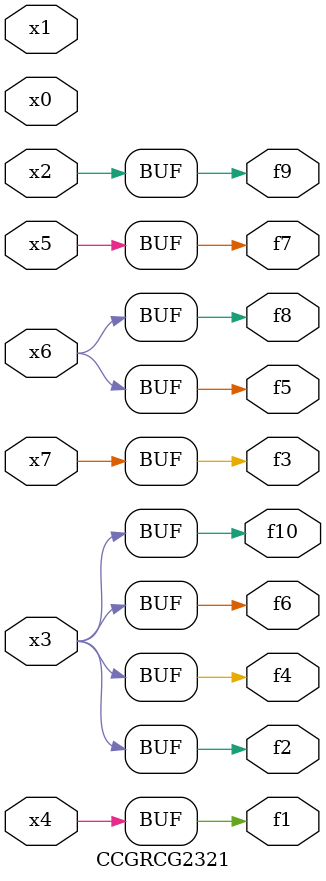
<source format=v>
module CCGRCG2321(
	input x0, x1, x2, x3, x4, x5, x6, x7,
	output f1, f2, f3, f4, f5, f6, f7, f8, f9, f10
);
	assign f1 = x4;
	assign f2 = x3;
	assign f3 = x7;
	assign f4 = x3;
	assign f5 = x6;
	assign f6 = x3;
	assign f7 = x5;
	assign f8 = x6;
	assign f9 = x2;
	assign f10 = x3;
endmodule

</source>
